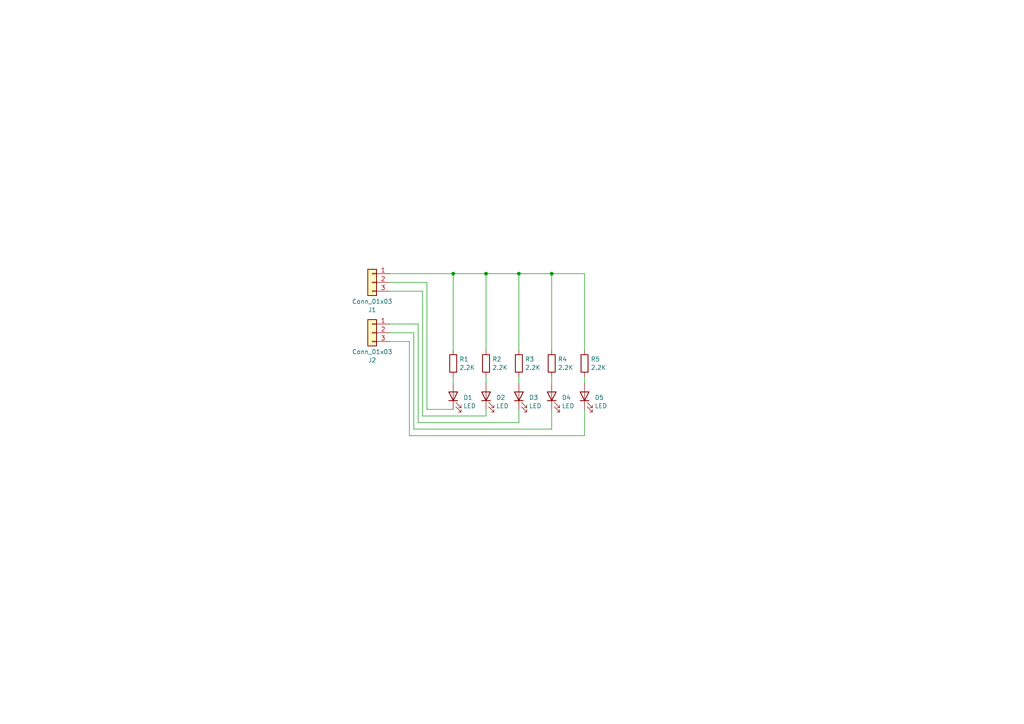
<source format=kicad_sch>
(kicad_sch (version 20230121) (generator eeschema)

  (uuid 7de8454e-f0dd-481a-b142-f4448c27a6dd)

  (paper "A4")

  (lib_symbols
    (symbol "Connector_Generic:Conn_01x03" (pin_names (offset 1.016) hide) (in_bom yes) (on_board yes)
      (property "Reference" "J" (at 0 5.08 0)
        (effects (font (size 1.27 1.27)))
      )
      (property "Value" "Conn_01x03" (at 0 -5.08 0)
        (effects (font (size 1.27 1.27)))
      )
      (property "Footprint" "" (at 0 0 0)
        (effects (font (size 1.27 1.27)) hide)
      )
      (property "Datasheet" "~" (at 0 0 0)
        (effects (font (size 1.27 1.27)) hide)
      )
      (property "ki_keywords" "connector" (at 0 0 0)
        (effects (font (size 1.27 1.27)) hide)
      )
      (property "ki_description" "Generic connector, single row, 01x03, script generated (kicad-library-utils/schlib/autogen/connector/)" (at 0 0 0)
        (effects (font (size 1.27 1.27)) hide)
      )
      (property "ki_fp_filters" "Connector*:*_1x??_*" (at 0 0 0)
        (effects (font (size 1.27 1.27)) hide)
      )
      (symbol "Conn_01x03_1_1"
        (rectangle (start -1.27 -2.413) (end 0 -2.667)
          (stroke (width 0.1524) (type default))
          (fill (type none))
        )
        (rectangle (start -1.27 0.127) (end 0 -0.127)
          (stroke (width 0.1524) (type default))
          (fill (type none))
        )
        (rectangle (start -1.27 2.667) (end 0 2.413)
          (stroke (width 0.1524) (type default))
          (fill (type none))
        )
        (rectangle (start -1.27 3.81) (end 1.27 -3.81)
          (stroke (width 0.254) (type default))
          (fill (type background))
        )
        (pin passive line (at -5.08 2.54 0) (length 3.81)
          (name "Pin_1" (effects (font (size 1.27 1.27))))
          (number "1" (effects (font (size 1.27 1.27))))
        )
        (pin passive line (at -5.08 0 0) (length 3.81)
          (name "Pin_2" (effects (font (size 1.27 1.27))))
          (number "2" (effects (font (size 1.27 1.27))))
        )
        (pin passive line (at -5.08 -2.54 0) (length 3.81)
          (name "Pin_3" (effects (font (size 1.27 1.27))))
          (number "3" (effects (font (size 1.27 1.27))))
        )
      )
    )
    (symbol "Device:LED" (pin_numbers hide) (pin_names (offset 1.016) hide) (in_bom yes) (on_board yes)
      (property "Reference" "D" (at 0 2.54 0)
        (effects (font (size 1.27 1.27)))
      )
      (property "Value" "LED" (at 0 -2.54 0)
        (effects (font (size 1.27 1.27)))
      )
      (property "Footprint" "" (at 0 0 0)
        (effects (font (size 1.27 1.27)) hide)
      )
      (property "Datasheet" "~" (at 0 0 0)
        (effects (font (size 1.27 1.27)) hide)
      )
      (property "ki_keywords" "LED diode" (at 0 0 0)
        (effects (font (size 1.27 1.27)) hide)
      )
      (property "ki_description" "Light emitting diode" (at 0 0 0)
        (effects (font (size 1.27 1.27)) hide)
      )
      (property "ki_fp_filters" "LED* LED_SMD:* LED_THT:*" (at 0 0 0)
        (effects (font (size 1.27 1.27)) hide)
      )
      (symbol "LED_0_1"
        (polyline
          (pts
            (xy -1.27 -1.27)
            (xy -1.27 1.27)
          )
          (stroke (width 0.254) (type default))
          (fill (type none))
        )
        (polyline
          (pts
            (xy -1.27 0)
            (xy 1.27 0)
          )
          (stroke (width 0) (type default))
          (fill (type none))
        )
        (polyline
          (pts
            (xy 1.27 -1.27)
            (xy 1.27 1.27)
            (xy -1.27 0)
            (xy 1.27 -1.27)
          )
          (stroke (width 0.254) (type default))
          (fill (type none))
        )
        (polyline
          (pts
            (xy -3.048 -0.762)
            (xy -4.572 -2.286)
            (xy -3.81 -2.286)
            (xy -4.572 -2.286)
            (xy -4.572 -1.524)
          )
          (stroke (width 0) (type default))
          (fill (type none))
        )
        (polyline
          (pts
            (xy -1.778 -0.762)
            (xy -3.302 -2.286)
            (xy -2.54 -2.286)
            (xy -3.302 -2.286)
            (xy -3.302 -1.524)
          )
          (stroke (width 0) (type default))
          (fill (type none))
        )
      )
      (symbol "LED_1_1"
        (pin passive line (at -3.81 0 0) (length 2.54)
          (name "K" (effects (font (size 1.27 1.27))))
          (number "1" (effects (font (size 1.27 1.27))))
        )
        (pin passive line (at 3.81 0 180) (length 2.54)
          (name "A" (effects (font (size 1.27 1.27))))
          (number "2" (effects (font (size 1.27 1.27))))
        )
      )
    )
    (symbol "Device:R" (pin_numbers hide) (pin_names (offset 0)) (in_bom yes) (on_board yes)
      (property "Reference" "R" (at 2.032 0 90)
        (effects (font (size 1.27 1.27)))
      )
      (property "Value" "R" (at 0 0 90)
        (effects (font (size 1.27 1.27)))
      )
      (property "Footprint" "" (at -1.778 0 90)
        (effects (font (size 1.27 1.27)) hide)
      )
      (property "Datasheet" "~" (at 0 0 0)
        (effects (font (size 1.27 1.27)) hide)
      )
      (property "ki_keywords" "R res resistor" (at 0 0 0)
        (effects (font (size 1.27 1.27)) hide)
      )
      (property "ki_description" "Resistor" (at 0 0 0)
        (effects (font (size 1.27 1.27)) hide)
      )
      (property "ki_fp_filters" "R_*" (at 0 0 0)
        (effects (font (size 1.27 1.27)) hide)
      )
      (symbol "R_0_1"
        (rectangle (start -1.016 -2.54) (end 1.016 2.54)
          (stroke (width 0.254) (type default))
          (fill (type none))
        )
      )
      (symbol "R_1_1"
        (pin passive line (at 0 3.81 270) (length 1.27)
          (name "~" (effects (font (size 1.27 1.27))))
          (number "1" (effects (font (size 1.27 1.27))))
        )
        (pin passive line (at 0 -3.81 90) (length 1.27)
          (name "~" (effects (font (size 1.27 1.27))))
          (number "2" (effects (font (size 1.27 1.27))))
        )
      )
    )
  )

  (junction (at 131.445 79.375) (diameter 0) (color 0 0 0 0)
    (uuid 27a25bce-33da-4a7b-be2a-e7949267345d)
  )
  (junction (at 160.02 79.375) (diameter 0) (color 0 0 0 0)
    (uuid 52ed48e3-5850-4cca-b91e-3e881bf5b1b4)
  )
  (junction (at 150.495 79.375) (diameter 0) (color 0 0 0 0)
    (uuid 5a2918dd-f640-4508-a7ad-458d01241842)
  )
  (junction (at 140.97 79.375) (diameter 0) (color 0 0 0 0)
    (uuid 6be0538f-b300-4d68-a7d0-08a111df8f4c)
  )

  (wire (pts (xy 131.445 101.6) (xy 131.445 79.375))
    (stroke (width 0) (type default))
    (uuid 01b12d56-0b27-4f9b-ade1-bb713e506b7e)
  )
  (wire (pts (xy 120.015 96.52) (xy 113.03 96.52))
    (stroke (width 0) (type default))
    (uuid 0c7f8ffe-5a12-4084-bcfd-888904510955)
  )
  (wire (pts (xy 160.02 124.46) (xy 120.015 124.46))
    (stroke (width 0) (type default))
    (uuid 0ee1d0c2-cb1c-4ff5-a213-fd922dd1d7e5)
  )
  (wire (pts (xy 118.745 99.06) (xy 113.03 99.06))
    (stroke (width 0) (type default))
    (uuid 0faa915c-9a00-463b-af27-65659aeda475)
  )
  (wire (pts (xy 123.825 118.745) (xy 123.825 81.915))
    (stroke (width 0) (type default))
    (uuid 181b3dc7-7c6f-4f9f-ab6e-26cbe9e75b3f)
  )
  (wire (pts (xy 169.545 101.6) (xy 169.545 79.375))
    (stroke (width 0) (type default))
    (uuid 29c205aa-a6a1-403d-af0c-bac05c629ddb)
  )
  (wire (pts (xy 121.285 122.555) (xy 121.285 93.98))
    (stroke (width 0) (type default))
    (uuid 29ebf0f9-f56d-4004-9a11-9178478c4c2a)
  )
  (wire (pts (xy 150.495 101.6) (xy 150.495 79.375))
    (stroke (width 0) (type default))
    (uuid 2a09d43e-21e9-4dcb-9943-43ddd853a5a9)
  )
  (wire (pts (xy 160.02 79.375) (xy 150.495 79.375))
    (stroke (width 0) (type default))
    (uuid 2d43d1e9-1d9b-4b8e-93d0-4222d17fa3b8)
  )
  (wire (pts (xy 160.02 109.22) (xy 160.02 111.125))
    (stroke (width 0) (type default))
    (uuid 369f5df5-b673-40f0-a8bc-24095b62e7a1)
  )
  (wire (pts (xy 150.495 118.745) (xy 150.495 122.555))
    (stroke (width 0) (type default))
    (uuid 3ce36615-c6fb-473c-aa5b-a0490f1e6083)
  )
  (wire (pts (xy 131.445 109.22) (xy 131.445 111.125))
    (stroke (width 0) (type default))
    (uuid 3f2197c5-0a0c-4fd3-ac21-223656ac0d23)
  )
  (wire (pts (xy 122.555 84.455) (xy 113.03 84.455))
    (stroke (width 0) (type default))
    (uuid 417bb0fc-e4ff-422d-8ef3-e1f7dad5add5)
  )
  (wire (pts (xy 140.97 118.745) (xy 140.97 120.65))
    (stroke (width 0) (type default))
    (uuid 45b78df6-7364-4aa6-9b12-490377035fb8)
  )
  (wire (pts (xy 113.03 79.375) (xy 131.445 79.375))
    (stroke (width 0) (type default))
    (uuid 47d3ed19-2347-41ac-93a8-b1995f4d8575)
  )
  (wire (pts (xy 122.555 120.65) (xy 140.97 120.65))
    (stroke (width 0) (type default))
    (uuid 4884ccbe-9b64-4d01-acac-f11d460a502f)
  )
  (wire (pts (xy 169.545 109.22) (xy 169.545 111.125))
    (stroke (width 0) (type default))
    (uuid 54d64d47-71ac-403e-940e-88903e3490a1)
  )
  (wire (pts (xy 150.495 109.22) (xy 150.495 111.125))
    (stroke (width 0) (type default))
    (uuid 59b8e014-930c-4671-9e3d-f51be5f0a19e)
  )
  (wire (pts (xy 150.495 122.555) (xy 121.285 122.555))
    (stroke (width 0) (type default))
    (uuid 5e4be92f-25eb-4c41-b8f0-6d6dce0e5753)
  )
  (wire (pts (xy 121.285 93.98) (xy 113.03 93.98))
    (stroke (width 0) (type default))
    (uuid 7012eb93-df3c-4889-9049-3a346e4dee9d)
  )
  (wire (pts (xy 118.745 126.365) (xy 118.745 99.06))
    (stroke (width 0) (type default))
    (uuid 7b987314-c627-4534-a49f-885b1134457c)
  )
  (wire (pts (xy 131.445 118.745) (xy 123.825 118.745))
    (stroke (width 0) (type default))
    (uuid 81d8b6fd-2ec9-4bfc-adb3-3d0c460a20d8)
  )
  (wire (pts (xy 140.97 101.6) (xy 140.97 79.375))
    (stroke (width 0) (type default))
    (uuid 96b0258b-0570-4b3e-90de-883641afadad)
  )
  (wire (pts (xy 123.825 81.915) (xy 113.03 81.915))
    (stroke (width 0) (type default))
    (uuid 9d212027-a71c-4ef6-8518-bc16079c603c)
  )
  (wire (pts (xy 122.555 120.65) (xy 122.555 84.455))
    (stroke (width 0) (type default))
    (uuid 9e2282ad-33d3-4585-92cc-cd4a2c2e448b)
  )
  (wire (pts (xy 120.015 124.46) (xy 120.015 96.52))
    (stroke (width 0) (type default))
    (uuid a7a1de80-558b-4189-9079-da9c305a9da4)
  )
  (wire (pts (xy 140.97 109.22) (xy 140.97 111.125))
    (stroke (width 0) (type default))
    (uuid b00f7adc-215d-461a-9b82-7229e1faf7d7)
  )
  (wire (pts (xy 150.495 79.375) (xy 140.97 79.375))
    (stroke (width 0) (type default))
    (uuid c38ff24d-b542-4f3d-8541-2a8905d7eb98)
  )
  (wire (pts (xy 169.545 118.745) (xy 169.545 126.365))
    (stroke (width 0) (type default))
    (uuid ca82775d-1d51-450e-9d0a-d71ef06700fe)
  )
  (wire (pts (xy 140.97 79.375) (xy 131.445 79.375))
    (stroke (width 0) (type default))
    (uuid cccd26fe-5ff7-403f-b1d2-acd9dbaaeb2b)
  )
  (wire (pts (xy 160.02 118.745) (xy 160.02 124.46))
    (stroke (width 0) (type default))
    (uuid cfacee04-efb0-4024-ba2a-4e6653d6924f)
  )
  (wire (pts (xy 169.545 126.365) (xy 118.745 126.365))
    (stroke (width 0) (type default))
    (uuid e4c78880-8d5b-478f-86df-7c5b5f377ce9)
  )
  (wire (pts (xy 160.02 101.6) (xy 160.02 79.375))
    (stroke (width 0) (type default))
    (uuid f38ae0c3-d515-42e9-a120-6d742186d727)
  )
  (wire (pts (xy 169.545 79.375) (xy 160.02 79.375))
    (stroke (width 0) (type default))
    (uuid f9868dc2-248d-4cfa-b37c-bba7577b8dd4)
  )

  (symbol (lib_id "Connector_Generic:Conn_01x03") (at 107.95 81.915 0) (mirror y) (unit 1)
    (in_bom yes) (on_board yes) (dnp no)
    (uuid 36720758-72bf-45e5-b8b6-b8696b032e4a)
    (property "Reference" "J1" (at 107.95 89.8693 0)
      (effects (font (size 1.27 1.27)))
    )
    (property "Value" "Conn_01x03" (at 107.95 87.4451 0)
      (effects (font (size 1.27 1.27)))
    )
    (property "Footprint" "my_parts_lib:EuroBlock_receptacle_2.54_3p" (at 107.95 81.915 0)
      (effects (font (size 1.27 1.27)) hide)
    )
    (property "Datasheet" "~" (at 107.95 81.915 0)
      (effects (font (size 1.27 1.27)) hide)
    )
    (pin "3" (uuid 7982fd9b-09cf-4d57-9a22-69b1ddf31919))
    (pin "1" (uuid a2204f01-684e-4516-bf1a-6ea3b59cd465))
    (pin "2" (uuid 6d4e5f01-e4fa-477a-802a-ea0f43d54f71))
    (instances
      (project "LEDboard"
        (path "/7de8454e-f0dd-481a-b142-f4448c27a6dd"
          (reference "J1") (unit 1)
        )
      )
    )
  )

  (symbol (lib_id "Device:LED") (at 169.545 114.935 90) (unit 1)
    (in_bom yes) (on_board yes) (dnp no) (fields_autoplaced)
    (uuid 3a515948-563b-4490-815e-97d4fc1e1257)
    (property "Reference" "D5" (at 172.466 115.3104 90)
      (effects (font (size 1.27 1.27)) (justify right))
    )
    (property "Value" "LED" (at 172.466 117.7346 90)
      (effects (font (size 1.27 1.27)) (justify right))
    )
    (property "Footprint" "LED_THT:LED_D3.0mm" (at 169.545 114.935 0)
      (effects (font (size 1.27 1.27)) hide)
    )
    (property "Datasheet" "~" (at 169.545 114.935 0)
      (effects (font (size 1.27 1.27)) hide)
    )
    (pin "1" (uuid 0e7115d3-369e-4db7-8e3b-4b6a8c7d1e83))
    (pin "2" (uuid f51b8166-8538-44da-b3eb-9fdb3c9f1b4b))
    (instances
      (project "LEDboard"
        (path "/7de8454e-f0dd-481a-b142-f4448c27a6dd"
          (reference "D5") (unit 1)
        )
      )
    )
  )

  (symbol (lib_id "Device:LED") (at 150.495 114.935 90) (unit 1)
    (in_bom yes) (on_board yes) (dnp no) (fields_autoplaced)
    (uuid 3cb7cfa0-dee5-4ca9-a007-6e851b6dfe20)
    (property "Reference" "D3" (at 153.416 115.3104 90)
      (effects (font (size 1.27 1.27)) (justify right))
    )
    (property "Value" "LED" (at 153.416 117.7346 90)
      (effects (font (size 1.27 1.27)) (justify right))
    )
    (property "Footprint" "LED_THT:LED_D3.0mm" (at 150.495 114.935 0)
      (effects (font (size 1.27 1.27)) hide)
    )
    (property "Datasheet" "~" (at 150.495 114.935 0)
      (effects (font (size 1.27 1.27)) hide)
    )
    (pin "1" (uuid 12688cbe-fd30-45ba-b0b5-b5130d763096))
    (pin "2" (uuid d5dcda3c-ba7e-47ee-974e-88e9309587a6))
    (instances
      (project "LEDboard"
        (path "/7de8454e-f0dd-481a-b142-f4448c27a6dd"
          (reference "D3") (unit 1)
        )
      )
    )
  )

  (symbol (lib_id "Device:LED") (at 140.97 114.935 90) (unit 1)
    (in_bom yes) (on_board yes) (dnp no) (fields_autoplaced)
    (uuid 43753fc0-b16a-452f-9869-4fbe28c9ab0b)
    (property "Reference" "D2" (at 143.891 115.3104 90)
      (effects (font (size 1.27 1.27)) (justify right))
    )
    (property "Value" "LED" (at 143.891 117.7346 90)
      (effects (font (size 1.27 1.27)) (justify right))
    )
    (property "Footprint" "LED_THT:LED_D3.0mm" (at 140.97 114.935 0)
      (effects (font (size 1.27 1.27)) hide)
    )
    (property "Datasheet" "~" (at 140.97 114.935 0)
      (effects (font (size 1.27 1.27)) hide)
    )
    (pin "1" (uuid 8194b3f2-c45f-4d80-a92e-838049d64c25))
    (pin "2" (uuid 23ebc02e-2ecc-4404-8ae7-287383386593))
    (instances
      (project "LEDboard"
        (path "/7de8454e-f0dd-481a-b142-f4448c27a6dd"
          (reference "D2") (unit 1)
        )
      )
    )
  )

  (symbol (lib_id "Device:R") (at 169.545 105.41 0) (unit 1)
    (in_bom yes) (on_board yes) (dnp no) (fields_autoplaced)
    (uuid 4cd1b7ec-dfa9-4522-b56e-13a5b55a17f4)
    (property "Reference" "R5" (at 171.323 104.1979 0)
      (effects (font (size 1.27 1.27)) (justify left))
    )
    (property "Value" "2.2K" (at 171.323 106.6221 0)
      (effects (font (size 1.27 1.27)) (justify left))
    )
    (property "Footprint" "Resistor_THT:R_Axial_DIN0204_L3.6mm_D1.6mm_P7.62mm_Horizontal" (at 167.767 105.41 90)
      (effects (font (size 1.27 1.27)) hide)
    )
    (property "Datasheet" "~" (at 169.545 105.41 0)
      (effects (font (size 1.27 1.27)) hide)
    )
    (pin "2" (uuid ac7b29ea-ecb2-415f-b8a2-071054064366))
    (pin "1" (uuid b5566d9d-a3e6-43b3-8841-a5ce1cf8aa56))
    (instances
      (project "LEDboard"
        (path "/7de8454e-f0dd-481a-b142-f4448c27a6dd"
          (reference "R5") (unit 1)
        )
      )
    )
  )

  (symbol (lib_id "Device:LED") (at 160.02 114.935 90) (unit 1)
    (in_bom yes) (on_board yes) (dnp no) (fields_autoplaced)
    (uuid 699f9472-242c-4545-96e0-1a92065fb174)
    (property "Reference" "D4" (at 162.941 115.3104 90)
      (effects (font (size 1.27 1.27)) (justify right))
    )
    (property "Value" "LED" (at 162.941 117.7346 90)
      (effects (font (size 1.27 1.27)) (justify right))
    )
    (property "Footprint" "LED_THT:LED_D3.0mm" (at 160.02 114.935 0)
      (effects (font (size 1.27 1.27)) hide)
    )
    (property "Datasheet" "~" (at 160.02 114.935 0)
      (effects (font (size 1.27 1.27)) hide)
    )
    (pin "1" (uuid 2153870a-692e-4028-bdfc-be76bcc0f377))
    (pin "2" (uuid 7e0864a1-6781-47f8-998c-0603cfd148f5))
    (instances
      (project "LEDboard"
        (path "/7de8454e-f0dd-481a-b142-f4448c27a6dd"
          (reference "D4") (unit 1)
        )
      )
    )
  )

  (symbol (lib_id "Connector_Generic:Conn_01x03") (at 107.95 96.52 0) (mirror y) (unit 1)
    (in_bom yes) (on_board yes) (dnp no)
    (uuid 79432076-83fc-4a0e-ab76-4b0b07339468)
    (property "Reference" "J2" (at 107.95 104.4743 0)
      (effects (font (size 1.27 1.27)))
    )
    (property "Value" "Conn_01x03" (at 107.95 102.0501 0)
      (effects (font (size 1.27 1.27)))
    )
    (property "Footprint" "my_parts_lib:EuroBlock_receptacle_2.54_3p" (at 107.95 96.52 0)
      (effects (font (size 1.27 1.27)) hide)
    )
    (property "Datasheet" "~" (at 107.95 96.52 0)
      (effects (font (size 1.27 1.27)) hide)
    )
    (pin "3" (uuid 710de83d-e56e-4602-89f5-85d14108b04b))
    (pin "1" (uuid 9497d4ab-ba3b-4526-ab93-6eb6ec9bb4f5))
    (pin "2" (uuid 7c36db56-b138-4d67-b620-06f85d0c99e5))
    (instances
      (project "LEDboard"
        (path "/7de8454e-f0dd-481a-b142-f4448c27a6dd"
          (reference "J2") (unit 1)
        )
      )
    )
  )

  (symbol (lib_id "Device:R") (at 140.97 105.41 0) (unit 1)
    (in_bom yes) (on_board yes) (dnp no) (fields_autoplaced)
    (uuid 844f24b0-a4dc-4b97-b012-7c7adc083cbf)
    (property "Reference" "R2" (at 142.748 104.1979 0)
      (effects (font (size 1.27 1.27)) (justify left))
    )
    (property "Value" "2.2K" (at 142.748 106.6221 0)
      (effects (font (size 1.27 1.27)) (justify left))
    )
    (property "Footprint" "Resistor_THT:R_Axial_DIN0204_L3.6mm_D1.6mm_P7.62mm_Horizontal" (at 139.192 105.41 90)
      (effects (font (size 1.27 1.27)) hide)
    )
    (property "Datasheet" "~" (at 140.97 105.41 0)
      (effects (font (size 1.27 1.27)) hide)
    )
    (pin "2" (uuid dffcd0bb-96e9-43ad-9c27-9830e543051d))
    (pin "1" (uuid 54d7c6b9-8b66-4750-b942-0db9b7ba985a))
    (instances
      (project "LEDboard"
        (path "/7de8454e-f0dd-481a-b142-f4448c27a6dd"
          (reference "R2") (unit 1)
        )
      )
    )
  )

  (symbol (lib_id "Device:LED") (at 131.445 114.935 90) (unit 1)
    (in_bom yes) (on_board yes) (dnp no) (fields_autoplaced)
    (uuid a864913a-1080-4b5b-941c-df99c062be74)
    (property "Reference" "D1" (at 134.366 115.3104 90)
      (effects (font (size 1.27 1.27)) (justify right))
    )
    (property "Value" "LED" (at 134.366 117.7346 90)
      (effects (font (size 1.27 1.27)) (justify right))
    )
    (property "Footprint" "LED_THT:LED_D3.0mm" (at 131.445 114.935 0)
      (effects (font (size 1.27 1.27)) hide)
    )
    (property "Datasheet" "~" (at 131.445 114.935 0)
      (effects (font (size 1.27 1.27)) hide)
    )
    (pin "1" (uuid fbf00c75-7ee4-4b90-b4ad-4ef4bcc8c1f4))
    (pin "2" (uuid 4cefd43f-32bf-44d2-bb80-70970efc1224))
    (instances
      (project "LEDboard"
        (path "/7de8454e-f0dd-481a-b142-f4448c27a6dd"
          (reference "D1") (unit 1)
        )
      )
    )
  )

  (symbol (lib_id "Device:R") (at 131.445 105.41 0) (unit 1)
    (in_bom yes) (on_board yes) (dnp no) (fields_autoplaced)
    (uuid aa3b5c3e-31df-48f3-a606-ca0670d7c9c5)
    (property "Reference" "R1" (at 133.223 104.1979 0)
      (effects (font (size 1.27 1.27)) (justify left))
    )
    (property "Value" "2.2K" (at 133.223 106.6221 0)
      (effects (font (size 1.27 1.27)) (justify left))
    )
    (property "Footprint" "Resistor_THT:R_Axial_DIN0204_L3.6mm_D1.6mm_P7.62mm_Horizontal" (at 129.667 105.41 90)
      (effects (font (size 1.27 1.27)) hide)
    )
    (property "Datasheet" "~" (at 131.445 105.41 0)
      (effects (font (size 1.27 1.27)) hide)
    )
    (pin "2" (uuid 0ade10c9-eac2-463a-8764-3747314914b8))
    (pin "1" (uuid ec52a0b4-936d-4175-9215-04c13e4ccf9e))
    (instances
      (project "LEDboard"
        (path "/7de8454e-f0dd-481a-b142-f4448c27a6dd"
          (reference "R1") (unit 1)
        )
      )
    )
  )

  (symbol (lib_id "Device:R") (at 150.495 105.41 0) (unit 1)
    (in_bom yes) (on_board yes) (dnp no) (fields_autoplaced)
    (uuid bf0ef669-9887-4d48-92be-536655529840)
    (property "Reference" "R3" (at 152.273 104.1979 0)
      (effects (font (size 1.27 1.27)) (justify left))
    )
    (property "Value" "2.2K" (at 152.273 106.6221 0)
      (effects (font (size 1.27 1.27)) (justify left))
    )
    (property "Footprint" "Resistor_THT:R_Axial_DIN0204_L3.6mm_D1.6mm_P7.62mm_Horizontal" (at 148.717 105.41 90)
      (effects (font (size 1.27 1.27)) hide)
    )
    (property "Datasheet" "~" (at 150.495 105.41 0)
      (effects (font (size 1.27 1.27)) hide)
    )
    (pin "2" (uuid 79831207-5525-4ceb-bfb2-22b86f6f1fec))
    (pin "1" (uuid d206e514-f0cf-414b-bedf-800d361d0498))
    (instances
      (project "LEDboard"
        (path "/7de8454e-f0dd-481a-b142-f4448c27a6dd"
          (reference "R3") (unit 1)
        )
      )
    )
  )

  (symbol (lib_id "Device:R") (at 160.02 105.41 0) (unit 1)
    (in_bom yes) (on_board yes) (dnp no) (fields_autoplaced)
    (uuid d3b02c10-5c80-4bce-9878-d114ccd74266)
    (property "Reference" "R4" (at 161.798 104.1979 0)
      (effects (font (size 1.27 1.27)) (justify left))
    )
    (property "Value" "2.2K" (at 161.798 106.6221 0)
      (effects (font (size 1.27 1.27)) (justify left))
    )
    (property "Footprint" "Resistor_THT:R_Axial_DIN0204_L3.6mm_D1.6mm_P7.62mm_Horizontal" (at 158.242 105.41 90)
      (effects (font (size 1.27 1.27)) hide)
    )
    (property "Datasheet" "~" (at 160.02 105.41 0)
      (effects (font (size 1.27 1.27)) hide)
    )
    (pin "2" (uuid 4c50e30c-2e54-44ba-81ce-aa0f8ebb2a0e))
    (pin "1" (uuid 35459768-8885-4f8f-b30e-817c75086fd0))
    (instances
      (project "LEDboard"
        (path "/7de8454e-f0dd-481a-b142-f4448c27a6dd"
          (reference "R4") (unit 1)
        )
      )
    )
  )

  (sheet_instances
    (path "/" (page "1"))
  )
)

</source>
